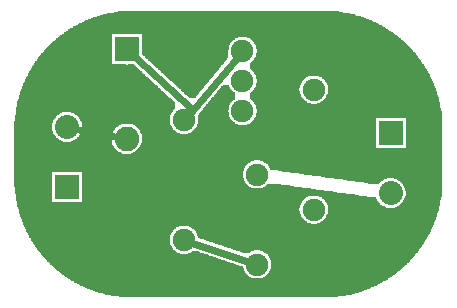
<source format=gbl>
G04 MADE WITH FRITZING*
G04 WWW.FRITZING.ORG*
G04 DOUBLE SIDED*
G04 HOLES PLATED*
G04 CONTOUR ON CENTER OF CONTOUR VECTOR*
%ASAXBY*%
%FSLAX23Y23*%
%MOIN*%
%OFA0B0*%
%SFA1.0B1.0*%
%ADD10C,0.075000*%
%ADD11C,0.082000*%
%ADD12C,0.080000*%
%ADD13R,0.082000X0.082000*%
%ADD14R,0.079986X0.080000*%
%ADD15C,0.024000*%
%LNCOPPER0*%
G90*
G70*
G54D10*
X884Y922D03*
X605Y232D03*
X605Y632D03*
G54D11*
X414Y868D03*
X414Y570D03*
G54D10*
X1038Y333D03*
X1038Y733D03*
X800Y862D03*
X800Y762D03*
X800Y662D03*
G54D12*
X1294Y588D03*
X1294Y388D03*
X215Y409D03*
X215Y609D03*
G54D10*
X849Y450D03*
X849Y150D03*
G54D13*
X414Y869D03*
G54D14*
X1294Y588D03*
X215Y409D03*
G54D15*
X246Y603D02*
X383Y576D01*
D02*
X822Y159D02*
X632Y223D01*
D02*
X625Y653D02*
X636Y664D01*
X636Y664D02*
X782Y840D01*
D02*
X438Y846D02*
X636Y664D01*
G36*
X408Y996D02*
X408Y994D01*
X386Y994D01*
X386Y992D01*
X372Y992D01*
X372Y990D01*
X360Y990D01*
X360Y988D01*
X350Y988D01*
X350Y986D01*
X342Y986D01*
X342Y984D01*
X334Y984D01*
X334Y982D01*
X326Y982D01*
X326Y980D01*
X320Y980D01*
X320Y978D01*
X314Y978D01*
X314Y976D01*
X308Y976D01*
X308Y974D01*
X302Y974D01*
X302Y972D01*
X296Y972D01*
X296Y970D01*
X290Y970D01*
X290Y968D01*
X286Y968D01*
X286Y966D01*
X280Y966D01*
X280Y964D01*
X276Y964D01*
X276Y962D01*
X272Y962D01*
X272Y960D01*
X268Y960D01*
X268Y958D01*
X264Y958D01*
X264Y956D01*
X260Y956D01*
X260Y954D01*
X256Y954D01*
X256Y952D01*
X252Y952D01*
X252Y950D01*
X248Y950D01*
X248Y948D01*
X244Y948D01*
X244Y946D01*
X240Y946D01*
X240Y944D01*
X236Y944D01*
X236Y942D01*
X234Y942D01*
X234Y940D01*
X230Y940D01*
X230Y938D01*
X226Y938D01*
X226Y936D01*
X224Y936D01*
X224Y934D01*
X220Y934D01*
X220Y932D01*
X218Y932D01*
X218Y930D01*
X214Y930D01*
X214Y928D01*
X212Y928D01*
X212Y926D01*
X208Y926D01*
X208Y924D01*
X206Y924D01*
X206Y922D01*
X204Y922D01*
X204Y920D01*
X466Y920D01*
X466Y910D01*
X806Y910D01*
X806Y908D01*
X814Y908D01*
X814Y906D01*
X820Y906D01*
X820Y904D01*
X824Y904D01*
X824Y902D01*
X828Y902D01*
X828Y900D01*
X830Y900D01*
X830Y898D01*
X832Y898D01*
X832Y896D01*
X834Y896D01*
X834Y894D01*
X836Y894D01*
X836Y892D01*
X838Y892D01*
X838Y890D01*
X840Y890D01*
X840Y886D01*
X842Y886D01*
X842Y882D01*
X844Y882D01*
X844Y878D01*
X846Y878D01*
X846Y870D01*
X848Y870D01*
X848Y854D01*
X846Y854D01*
X846Y846D01*
X844Y846D01*
X844Y842D01*
X842Y842D01*
X842Y838D01*
X840Y838D01*
X840Y834D01*
X838Y834D01*
X838Y832D01*
X836Y832D01*
X836Y830D01*
X834Y830D01*
X834Y828D01*
X832Y828D01*
X832Y826D01*
X830Y826D01*
X830Y824D01*
X828Y824D01*
X828Y822D01*
X824Y822D01*
X824Y802D01*
X828Y802D01*
X828Y800D01*
X830Y800D01*
X830Y798D01*
X832Y798D01*
X832Y796D01*
X834Y796D01*
X834Y794D01*
X836Y794D01*
X836Y792D01*
X838Y792D01*
X838Y790D01*
X840Y790D01*
X840Y786D01*
X842Y786D01*
X842Y782D01*
X844Y782D01*
X844Y780D01*
X1050Y780D01*
X1050Y778D01*
X1056Y778D01*
X1056Y776D01*
X1060Y776D01*
X1060Y774D01*
X1064Y774D01*
X1064Y772D01*
X1066Y772D01*
X1066Y770D01*
X1070Y770D01*
X1070Y768D01*
X1072Y768D01*
X1072Y766D01*
X1074Y766D01*
X1074Y762D01*
X1076Y762D01*
X1076Y760D01*
X1078Y760D01*
X1078Y756D01*
X1080Y756D01*
X1080Y754D01*
X1082Y754D01*
X1082Y748D01*
X1084Y748D01*
X1084Y740D01*
X1086Y740D01*
X1086Y726D01*
X1084Y726D01*
X1084Y718D01*
X1082Y718D01*
X1082Y714D01*
X1080Y714D01*
X1080Y710D01*
X1078Y710D01*
X1078Y706D01*
X1076Y706D01*
X1076Y704D01*
X1074Y704D01*
X1074Y702D01*
X1072Y702D01*
X1072Y700D01*
X1070Y700D01*
X1070Y698D01*
X1068Y698D01*
X1068Y696D01*
X1066Y696D01*
X1066Y694D01*
X1062Y694D01*
X1062Y692D01*
X1060Y692D01*
X1060Y690D01*
X1054Y690D01*
X1054Y688D01*
X1048Y688D01*
X1048Y686D01*
X1458Y686D01*
X1458Y692D01*
X1456Y692D01*
X1456Y700D01*
X1454Y700D01*
X1454Y708D01*
X1452Y708D01*
X1452Y714D01*
X1450Y714D01*
X1450Y722D01*
X1448Y722D01*
X1448Y728D01*
X1446Y728D01*
X1446Y732D01*
X1444Y732D01*
X1444Y738D01*
X1442Y738D01*
X1442Y744D01*
X1440Y744D01*
X1440Y748D01*
X1438Y748D01*
X1438Y754D01*
X1436Y754D01*
X1436Y758D01*
X1434Y758D01*
X1434Y762D01*
X1432Y762D01*
X1432Y768D01*
X1430Y768D01*
X1430Y772D01*
X1428Y772D01*
X1428Y776D01*
X1426Y776D01*
X1426Y780D01*
X1424Y780D01*
X1424Y784D01*
X1422Y784D01*
X1422Y788D01*
X1420Y788D01*
X1420Y792D01*
X1418Y792D01*
X1418Y794D01*
X1416Y794D01*
X1416Y798D01*
X1414Y798D01*
X1414Y802D01*
X1412Y802D01*
X1412Y806D01*
X1410Y806D01*
X1410Y808D01*
X1408Y808D01*
X1408Y812D01*
X1406Y812D01*
X1406Y814D01*
X1404Y814D01*
X1404Y818D01*
X1402Y818D01*
X1402Y820D01*
X1400Y820D01*
X1400Y824D01*
X1398Y824D01*
X1398Y826D01*
X1396Y826D01*
X1396Y830D01*
X1394Y830D01*
X1394Y832D01*
X1392Y832D01*
X1392Y836D01*
X1390Y836D01*
X1390Y838D01*
X1388Y838D01*
X1388Y840D01*
X1386Y840D01*
X1386Y842D01*
X1384Y842D01*
X1384Y846D01*
X1382Y846D01*
X1382Y848D01*
X1380Y848D01*
X1380Y850D01*
X1378Y850D01*
X1378Y854D01*
X1376Y854D01*
X1376Y856D01*
X1374Y856D01*
X1374Y858D01*
X1372Y858D01*
X1372Y860D01*
X1370Y860D01*
X1370Y862D01*
X1368Y862D01*
X1368Y864D01*
X1366Y864D01*
X1366Y866D01*
X1364Y866D01*
X1364Y870D01*
X1362Y870D01*
X1362Y872D01*
X1360Y872D01*
X1360Y874D01*
X1358Y874D01*
X1358Y876D01*
X1356Y876D01*
X1356Y878D01*
X1354Y878D01*
X1354Y880D01*
X1352Y880D01*
X1352Y882D01*
X1350Y882D01*
X1350Y884D01*
X1348Y884D01*
X1348Y886D01*
X1346Y886D01*
X1346Y888D01*
X1344Y888D01*
X1344Y890D01*
X1342Y890D01*
X1342Y892D01*
X1340Y892D01*
X1340Y894D01*
X1336Y894D01*
X1336Y896D01*
X1334Y896D01*
X1334Y898D01*
X1332Y898D01*
X1332Y900D01*
X1330Y900D01*
X1330Y902D01*
X1328Y902D01*
X1328Y904D01*
X1326Y904D01*
X1326Y906D01*
X1322Y906D01*
X1322Y908D01*
X1320Y908D01*
X1320Y910D01*
X1318Y910D01*
X1318Y912D01*
X1316Y912D01*
X1316Y914D01*
X1312Y914D01*
X1312Y916D01*
X1310Y916D01*
X1310Y918D01*
X1308Y918D01*
X1308Y920D01*
X1304Y920D01*
X1304Y922D01*
X1302Y922D01*
X1302Y924D01*
X1298Y924D01*
X1298Y926D01*
X1296Y926D01*
X1296Y928D01*
X1294Y928D01*
X1294Y930D01*
X1290Y930D01*
X1290Y932D01*
X1286Y932D01*
X1286Y934D01*
X1284Y934D01*
X1284Y936D01*
X1280Y936D01*
X1280Y938D01*
X1278Y938D01*
X1278Y940D01*
X1274Y940D01*
X1274Y942D01*
X1270Y942D01*
X1270Y944D01*
X1268Y944D01*
X1268Y946D01*
X1264Y946D01*
X1264Y948D01*
X1260Y948D01*
X1260Y950D01*
X1256Y950D01*
X1256Y952D01*
X1252Y952D01*
X1252Y954D01*
X1248Y954D01*
X1248Y956D01*
X1244Y956D01*
X1244Y958D01*
X1240Y958D01*
X1240Y960D01*
X1236Y960D01*
X1236Y962D01*
X1232Y962D01*
X1232Y964D01*
X1226Y964D01*
X1226Y966D01*
X1222Y966D01*
X1222Y968D01*
X1216Y968D01*
X1216Y970D01*
X1212Y970D01*
X1212Y972D01*
X1206Y972D01*
X1206Y974D01*
X1200Y974D01*
X1200Y976D01*
X1194Y976D01*
X1194Y978D01*
X1188Y978D01*
X1188Y980D01*
X1180Y980D01*
X1180Y982D01*
X1174Y982D01*
X1174Y984D01*
X1166Y984D01*
X1166Y986D01*
X1158Y986D01*
X1158Y988D01*
X1148Y988D01*
X1148Y990D01*
X1136Y990D01*
X1136Y992D01*
X1122Y992D01*
X1122Y994D01*
X1100Y994D01*
X1100Y996D01*
X408Y996D01*
G37*
D02*
G36*
X200Y920D02*
X200Y918D01*
X198Y918D01*
X198Y916D01*
X194Y916D01*
X194Y914D01*
X192Y914D01*
X192Y912D01*
X190Y912D01*
X190Y910D01*
X188Y910D01*
X188Y908D01*
X184Y908D01*
X184Y906D01*
X182Y906D01*
X182Y904D01*
X180Y904D01*
X180Y902D01*
X178Y902D01*
X178Y900D01*
X176Y900D01*
X176Y898D01*
X174Y898D01*
X174Y896D01*
X170Y896D01*
X170Y894D01*
X168Y894D01*
X168Y892D01*
X166Y892D01*
X166Y890D01*
X164Y890D01*
X164Y888D01*
X162Y888D01*
X162Y886D01*
X160Y886D01*
X160Y884D01*
X158Y884D01*
X158Y882D01*
X156Y882D01*
X156Y880D01*
X154Y880D01*
X154Y878D01*
X152Y878D01*
X152Y876D01*
X150Y876D01*
X150Y874D01*
X148Y874D01*
X148Y872D01*
X146Y872D01*
X146Y870D01*
X144Y870D01*
X144Y868D01*
X142Y868D01*
X142Y866D01*
X140Y866D01*
X140Y862D01*
X138Y862D01*
X138Y860D01*
X136Y860D01*
X136Y858D01*
X134Y858D01*
X134Y856D01*
X132Y856D01*
X132Y854D01*
X130Y854D01*
X130Y852D01*
X128Y852D01*
X128Y848D01*
X126Y848D01*
X126Y846D01*
X124Y846D01*
X124Y844D01*
X122Y844D01*
X122Y842D01*
X120Y842D01*
X120Y838D01*
X118Y838D01*
X118Y836D01*
X116Y836D01*
X116Y832D01*
X114Y832D01*
X114Y830D01*
X112Y830D01*
X112Y828D01*
X110Y828D01*
X110Y824D01*
X108Y824D01*
X108Y822D01*
X106Y822D01*
X106Y818D01*
X104Y818D01*
X104Y816D01*
X412Y816D01*
X412Y818D01*
X364Y818D01*
X364Y920D01*
X200Y920D01*
G37*
D02*
G36*
X466Y910D02*
X466Y850D01*
X468Y850D01*
X468Y848D01*
X470Y848D01*
X470Y846D01*
X472Y846D01*
X472Y844D01*
X474Y844D01*
X474Y842D01*
X476Y842D01*
X476Y840D01*
X478Y840D01*
X478Y838D01*
X480Y838D01*
X480Y836D01*
X482Y836D01*
X482Y834D01*
X484Y834D01*
X484Y832D01*
X486Y832D01*
X486Y830D01*
X490Y830D01*
X490Y828D01*
X492Y828D01*
X492Y826D01*
X494Y826D01*
X494Y824D01*
X496Y824D01*
X496Y822D01*
X498Y822D01*
X498Y820D01*
X500Y820D01*
X500Y818D01*
X502Y818D01*
X502Y816D01*
X504Y816D01*
X504Y814D01*
X506Y814D01*
X506Y812D01*
X508Y812D01*
X508Y810D01*
X510Y810D01*
X510Y808D01*
X512Y808D01*
X512Y806D01*
X516Y806D01*
X516Y804D01*
X518Y804D01*
X518Y802D01*
X520Y802D01*
X520Y800D01*
X522Y800D01*
X522Y798D01*
X524Y798D01*
X524Y796D01*
X526Y796D01*
X526Y794D01*
X528Y794D01*
X528Y792D01*
X530Y792D01*
X530Y790D01*
X532Y790D01*
X532Y788D01*
X534Y788D01*
X534Y786D01*
X536Y786D01*
X536Y784D01*
X540Y784D01*
X540Y782D01*
X542Y782D01*
X542Y780D01*
X544Y780D01*
X544Y778D01*
X546Y778D01*
X546Y776D01*
X548Y776D01*
X548Y774D01*
X550Y774D01*
X550Y772D01*
X552Y772D01*
X552Y770D01*
X554Y770D01*
X554Y768D01*
X556Y768D01*
X556Y766D01*
X558Y766D01*
X558Y764D01*
X560Y764D01*
X560Y762D01*
X564Y762D01*
X564Y760D01*
X566Y760D01*
X566Y758D01*
X568Y758D01*
X568Y756D01*
X570Y756D01*
X570Y754D01*
X572Y754D01*
X572Y752D01*
X574Y752D01*
X574Y750D01*
X576Y750D01*
X576Y748D01*
X578Y748D01*
X578Y746D01*
X580Y746D01*
X580Y744D01*
X582Y744D01*
X582Y742D01*
X584Y742D01*
X584Y740D01*
X586Y740D01*
X586Y738D01*
X590Y738D01*
X590Y736D01*
X592Y736D01*
X592Y734D01*
X594Y734D01*
X594Y732D01*
X596Y732D01*
X596Y730D01*
X598Y730D01*
X598Y728D01*
X600Y728D01*
X600Y726D01*
X602Y726D01*
X602Y724D01*
X604Y724D01*
X604Y722D01*
X606Y722D01*
X606Y720D01*
X608Y720D01*
X608Y718D01*
X610Y718D01*
X610Y716D01*
X614Y716D01*
X614Y714D01*
X616Y714D01*
X616Y712D01*
X618Y712D01*
X618Y710D01*
X620Y710D01*
X620Y708D01*
X622Y708D01*
X622Y706D01*
X644Y706D01*
X644Y710D01*
X646Y710D01*
X646Y712D01*
X648Y712D01*
X648Y714D01*
X650Y714D01*
X650Y716D01*
X652Y716D01*
X652Y718D01*
X654Y718D01*
X654Y722D01*
X656Y722D01*
X656Y724D01*
X658Y724D01*
X658Y726D01*
X660Y726D01*
X660Y728D01*
X662Y728D01*
X662Y732D01*
X664Y732D01*
X664Y734D01*
X666Y734D01*
X666Y736D01*
X668Y736D01*
X668Y738D01*
X670Y738D01*
X670Y740D01*
X672Y740D01*
X672Y744D01*
X674Y744D01*
X674Y746D01*
X676Y746D01*
X676Y748D01*
X678Y748D01*
X678Y750D01*
X680Y750D01*
X680Y752D01*
X682Y752D01*
X682Y756D01*
X684Y756D01*
X684Y758D01*
X686Y758D01*
X686Y760D01*
X688Y760D01*
X688Y762D01*
X690Y762D01*
X690Y764D01*
X692Y764D01*
X692Y768D01*
X694Y768D01*
X694Y770D01*
X696Y770D01*
X696Y772D01*
X698Y772D01*
X698Y774D01*
X700Y774D01*
X700Y776D01*
X702Y776D01*
X702Y780D01*
X704Y780D01*
X704Y782D01*
X706Y782D01*
X706Y784D01*
X708Y784D01*
X708Y786D01*
X710Y786D01*
X710Y788D01*
X712Y788D01*
X712Y792D01*
X714Y792D01*
X714Y794D01*
X716Y794D01*
X716Y796D01*
X718Y796D01*
X718Y798D01*
X720Y798D01*
X720Y800D01*
X722Y800D01*
X722Y804D01*
X724Y804D01*
X724Y806D01*
X726Y806D01*
X726Y808D01*
X728Y808D01*
X728Y810D01*
X730Y810D01*
X730Y814D01*
X732Y814D01*
X732Y816D01*
X734Y816D01*
X734Y818D01*
X736Y818D01*
X736Y820D01*
X738Y820D01*
X738Y822D01*
X740Y822D01*
X740Y826D01*
X742Y826D01*
X742Y828D01*
X744Y828D01*
X744Y830D01*
X746Y830D01*
X746Y832D01*
X748Y832D01*
X748Y834D01*
X750Y834D01*
X750Y838D01*
X752Y838D01*
X752Y866D01*
X754Y866D01*
X754Y876D01*
X756Y876D01*
X756Y882D01*
X758Y882D01*
X758Y886D01*
X760Y886D01*
X760Y888D01*
X762Y888D01*
X762Y892D01*
X764Y892D01*
X764Y894D01*
X766Y894D01*
X766Y896D01*
X768Y896D01*
X768Y898D01*
X770Y898D01*
X770Y900D01*
X774Y900D01*
X774Y902D01*
X776Y902D01*
X776Y904D01*
X780Y904D01*
X780Y906D01*
X786Y906D01*
X786Y908D01*
X794Y908D01*
X794Y910D01*
X466Y910D01*
G37*
D02*
G36*
X418Y818D02*
X418Y816D01*
X438Y816D01*
X438Y818D01*
X418Y818D01*
G37*
D02*
G36*
X102Y816D02*
X102Y814D01*
X440Y814D01*
X440Y816D01*
X102Y816D01*
G37*
D02*
G36*
X102Y816D02*
X102Y814D01*
X440Y814D01*
X440Y816D01*
X102Y816D01*
G37*
D02*
G36*
X102Y814D02*
X102Y812D01*
X100Y812D01*
X100Y810D01*
X98Y810D01*
X98Y806D01*
X96Y806D01*
X96Y802D01*
X94Y802D01*
X94Y798D01*
X92Y798D01*
X92Y796D01*
X90Y796D01*
X90Y792D01*
X88Y792D01*
X88Y788D01*
X86Y788D01*
X86Y784D01*
X84Y784D01*
X84Y780D01*
X82Y780D01*
X82Y776D01*
X80Y776D01*
X80Y772D01*
X78Y772D01*
X78Y768D01*
X76Y768D01*
X76Y764D01*
X74Y764D01*
X74Y760D01*
X72Y760D01*
X72Y754D01*
X70Y754D01*
X70Y750D01*
X68Y750D01*
X68Y744D01*
X66Y744D01*
X66Y740D01*
X64Y740D01*
X64Y734D01*
X62Y734D01*
X62Y728D01*
X60Y728D01*
X60Y722D01*
X58Y722D01*
X58Y716D01*
X56Y716D01*
X56Y710D01*
X54Y710D01*
X54Y702D01*
X52Y702D01*
X52Y694D01*
X50Y694D01*
X50Y686D01*
X48Y686D01*
X48Y676D01*
X46Y676D01*
X46Y664D01*
X44Y664D01*
X44Y660D01*
X218Y660D01*
X218Y658D01*
X230Y658D01*
X230Y656D01*
X236Y656D01*
X236Y654D01*
X238Y654D01*
X238Y652D01*
X242Y652D01*
X242Y650D01*
X246Y650D01*
X246Y648D01*
X248Y648D01*
X248Y646D01*
X250Y646D01*
X250Y644D01*
X252Y644D01*
X252Y642D01*
X254Y642D01*
X254Y640D01*
X256Y640D01*
X256Y636D01*
X258Y636D01*
X258Y632D01*
X260Y632D01*
X260Y630D01*
X262Y630D01*
X262Y624D01*
X264Y624D01*
X264Y620D01*
X428Y620D01*
X428Y618D01*
X434Y618D01*
X434Y616D01*
X438Y616D01*
X438Y614D01*
X442Y614D01*
X442Y612D01*
X444Y612D01*
X444Y610D01*
X446Y610D01*
X446Y608D01*
X450Y608D01*
X450Y606D01*
X452Y606D01*
X452Y602D01*
X454Y602D01*
X454Y600D01*
X456Y600D01*
X456Y598D01*
X458Y598D01*
X458Y594D01*
X460Y594D01*
X460Y590D01*
X462Y590D01*
X462Y586D01*
X592Y586D01*
X592Y588D01*
X586Y588D01*
X586Y590D01*
X582Y590D01*
X582Y592D01*
X580Y592D01*
X580Y594D01*
X576Y594D01*
X576Y596D01*
X574Y596D01*
X574Y598D01*
X572Y598D01*
X572Y600D01*
X570Y600D01*
X570Y602D01*
X568Y602D01*
X568Y604D01*
X566Y604D01*
X566Y608D01*
X564Y608D01*
X564Y612D01*
X562Y612D01*
X562Y616D01*
X560Y616D01*
X560Y622D01*
X558Y622D01*
X558Y642D01*
X560Y642D01*
X560Y650D01*
X562Y650D01*
X562Y654D01*
X564Y654D01*
X564Y658D01*
X566Y658D01*
X566Y660D01*
X568Y660D01*
X568Y662D01*
X570Y662D01*
X570Y666D01*
X572Y666D01*
X572Y668D01*
X576Y668D01*
X576Y690D01*
X574Y690D01*
X574Y692D01*
X572Y692D01*
X572Y694D01*
X570Y694D01*
X570Y696D01*
X568Y696D01*
X568Y698D01*
X566Y698D01*
X566Y700D01*
X564Y700D01*
X564Y702D01*
X562Y702D01*
X562Y704D01*
X558Y704D01*
X558Y706D01*
X556Y706D01*
X556Y708D01*
X554Y708D01*
X554Y710D01*
X552Y710D01*
X552Y712D01*
X550Y712D01*
X550Y714D01*
X548Y714D01*
X548Y716D01*
X546Y716D01*
X546Y718D01*
X544Y718D01*
X544Y720D01*
X542Y720D01*
X542Y722D01*
X540Y722D01*
X540Y724D01*
X538Y724D01*
X538Y726D01*
X534Y726D01*
X534Y728D01*
X532Y728D01*
X532Y730D01*
X530Y730D01*
X530Y732D01*
X528Y732D01*
X528Y734D01*
X526Y734D01*
X526Y736D01*
X524Y736D01*
X524Y738D01*
X522Y738D01*
X522Y740D01*
X520Y740D01*
X520Y742D01*
X518Y742D01*
X518Y744D01*
X516Y744D01*
X516Y746D01*
X514Y746D01*
X514Y748D01*
X512Y748D01*
X512Y750D01*
X508Y750D01*
X508Y752D01*
X506Y752D01*
X506Y754D01*
X504Y754D01*
X504Y756D01*
X502Y756D01*
X502Y758D01*
X500Y758D01*
X500Y760D01*
X498Y760D01*
X498Y762D01*
X496Y762D01*
X496Y764D01*
X494Y764D01*
X494Y766D01*
X492Y766D01*
X492Y768D01*
X490Y768D01*
X490Y770D01*
X488Y770D01*
X488Y772D01*
X484Y772D01*
X484Y774D01*
X482Y774D01*
X482Y776D01*
X480Y776D01*
X480Y778D01*
X478Y778D01*
X478Y780D01*
X476Y780D01*
X476Y782D01*
X474Y782D01*
X474Y784D01*
X472Y784D01*
X472Y786D01*
X470Y786D01*
X470Y788D01*
X468Y788D01*
X468Y790D01*
X466Y790D01*
X466Y792D01*
X464Y792D01*
X464Y794D01*
X460Y794D01*
X460Y796D01*
X458Y796D01*
X458Y798D01*
X456Y798D01*
X456Y800D01*
X454Y800D01*
X454Y802D01*
X452Y802D01*
X452Y804D01*
X450Y804D01*
X450Y806D01*
X448Y806D01*
X448Y808D01*
X446Y808D01*
X446Y810D01*
X444Y810D01*
X444Y812D01*
X442Y812D01*
X442Y814D01*
X102Y814D01*
G37*
D02*
G36*
X844Y780D02*
X844Y778D01*
X846Y778D01*
X846Y770D01*
X848Y770D01*
X848Y754D01*
X846Y754D01*
X846Y746D01*
X844Y746D01*
X844Y742D01*
X842Y742D01*
X842Y738D01*
X840Y738D01*
X840Y734D01*
X838Y734D01*
X838Y732D01*
X836Y732D01*
X836Y730D01*
X834Y730D01*
X834Y728D01*
X832Y728D01*
X832Y726D01*
X830Y726D01*
X830Y724D01*
X828Y724D01*
X828Y722D01*
X824Y722D01*
X824Y702D01*
X828Y702D01*
X828Y700D01*
X830Y700D01*
X830Y698D01*
X832Y698D01*
X832Y696D01*
X834Y696D01*
X834Y694D01*
X836Y694D01*
X836Y692D01*
X838Y692D01*
X838Y690D01*
X840Y690D01*
X840Y686D01*
X1028Y686D01*
X1028Y688D01*
X1022Y688D01*
X1022Y690D01*
X1016Y690D01*
X1016Y692D01*
X1014Y692D01*
X1014Y694D01*
X1010Y694D01*
X1010Y696D01*
X1008Y696D01*
X1008Y698D01*
X1006Y698D01*
X1006Y700D01*
X1004Y700D01*
X1004Y702D01*
X1002Y702D01*
X1002Y704D01*
X1000Y704D01*
X1000Y706D01*
X998Y706D01*
X998Y710D01*
X996Y710D01*
X996Y714D01*
X994Y714D01*
X994Y720D01*
X992Y720D01*
X992Y728D01*
X990Y728D01*
X990Y738D01*
X992Y738D01*
X992Y748D01*
X994Y748D01*
X994Y752D01*
X996Y752D01*
X996Y756D01*
X998Y756D01*
X998Y760D01*
X1000Y760D01*
X1000Y762D01*
X1002Y762D01*
X1002Y764D01*
X1004Y764D01*
X1004Y768D01*
X1008Y768D01*
X1008Y770D01*
X1010Y770D01*
X1010Y772D01*
X1012Y772D01*
X1012Y774D01*
X1016Y774D01*
X1016Y776D01*
X1020Y776D01*
X1020Y778D01*
X1026Y778D01*
X1026Y780D01*
X844Y780D01*
G37*
D02*
G36*
X734Y748D02*
X734Y746D01*
X732Y746D01*
X732Y744D01*
X730Y744D01*
X730Y742D01*
X728Y742D01*
X728Y740D01*
X726Y740D01*
X726Y736D01*
X724Y736D01*
X724Y734D01*
X722Y734D01*
X722Y732D01*
X720Y732D01*
X720Y730D01*
X718Y730D01*
X718Y728D01*
X716Y728D01*
X716Y724D01*
X714Y724D01*
X714Y722D01*
X712Y722D01*
X712Y720D01*
X710Y720D01*
X710Y718D01*
X708Y718D01*
X708Y716D01*
X706Y716D01*
X706Y712D01*
X704Y712D01*
X704Y710D01*
X702Y710D01*
X702Y708D01*
X700Y708D01*
X700Y706D01*
X698Y706D01*
X698Y704D01*
X696Y704D01*
X696Y700D01*
X694Y700D01*
X694Y698D01*
X692Y698D01*
X692Y696D01*
X690Y696D01*
X690Y694D01*
X688Y694D01*
X688Y692D01*
X686Y692D01*
X686Y688D01*
X684Y688D01*
X684Y686D01*
X682Y686D01*
X682Y684D01*
X680Y684D01*
X680Y682D01*
X678Y682D01*
X678Y678D01*
X676Y678D01*
X676Y676D01*
X674Y676D01*
X674Y674D01*
X672Y674D01*
X672Y672D01*
X670Y672D01*
X670Y670D01*
X668Y670D01*
X668Y666D01*
X666Y666D01*
X666Y664D01*
X664Y664D01*
X664Y662D01*
X662Y662D01*
X662Y660D01*
X660Y660D01*
X660Y658D01*
X658Y658D01*
X658Y654D01*
X656Y654D01*
X656Y652D01*
X654Y652D01*
X654Y650D01*
X652Y650D01*
X652Y620D01*
X650Y620D01*
X650Y614D01*
X794Y614D01*
X794Y616D01*
X786Y616D01*
X786Y618D01*
X780Y618D01*
X780Y620D01*
X776Y620D01*
X776Y622D01*
X774Y622D01*
X774Y624D01*
X770Y624D01*
X770Y626D01*
X768Y626D01*
X768Y628D01*
X766Y628D01*
X766Y630D01*
X764Y630D01*
X764Y632D01*
X762Y632D01*
X762Y636D01*
X760Y636D01*
X760Y638D01*
X758Y638D01*
X758Y642D01*
X756Y642D01*
X756Y648D01*
X754Y648D01*
X754Y658D01*
X752Y658D01*
X752Y666D01*
X754Y666D01*
X754Y676D01*
X756Y676D01*
X756Y682D01*
X758Y682D01*
X758Y686D01*
X760Y686D01*
X760Y688D01*
X762Y688D01*
X762Y692D01*
X764Y692D01*
X764Y694D01*
X766Y694D01*
X766Y696D01*
X768Y696D01*
X768Y698D01*
X770Y698D01*
X770Y700D01*
X774Y700D01*
X774Y702D01*
X776Y702D01*
X776Y722D01*
X774Y722D01*
X774Y724D01*
X770Y724D01*
X770Y726D01*
X768Y726D01*
X768Y728D01*
X766Y728D01*
X766Y730D01*
X764Y730D01*
X764Y732D01*
X762Y732D01*
X762Y736D01*
X760Y736D01*
X760Y738D01*
X758Y738D01*
X758Y742D01*
X756Y742D01*
X756Y748D01*
X734Y748D01*
G37*
D02*
G36*
X842Y686D02*
X842Y684D01*
X1458Y684D01*
X1458Y686D01*
X842Y686D01*
G37*
D02*
G36*
X842Y686D02*
X842Y684D01*
X1458Y684D01*
X1458Y686D01*
X842Y686D01*
G37*
D02*
G36*
X842Y684D02*
X842Y682D01*
X844Y682D01*
X844Y678D01*
X846Y678D01*
X846Y670D01*
X848Y670D01*
X848Y654D01*
X846Y654D01*
X846Y646D01*
X844Y646D01*
X844Y642D01*
X842Y642D01*
X842Y638D01*
X1344Y638D01*
X1344Y538D01*
X1466Y538D01*
X1466Y646D01*
X1464Y646D01*
X1464Y662D01*
X1462Y662D01*
X1462Y672D01*
X1460Y672D01*
X1460Y684D01*
X842Y684D01*
G37*
D02*
G36*
X44Y660D02*
X44Y650D01*
X42Y650D01*
X42Y628D01*
X40Y628D01*
X40Y560D01*
X202Y560D01*
X202Y562D01*
X196Y562D01*
X196Y564D01*
X192Y564D01*
X192Y566D01*
X188Y566D01*
X188Y568D01*
X186Y568D01*
X186Y570D01*
X184Y570D01*
X184Y572D01*
X180Y572D01*
X180Y574D01*
X178Y574D01*
X178Y578D01*
X176Y578D01*
X176Y580D01*
X174Y580D01*
X174Y582D01*
X172Y582D01*
X172Y586D01*
X170Y586D01*
X170Y590D01*
X168Y590D01*
X168Y596D01*
X166Y596D01*
X166Y622D01*
X168Y622D01*
X168Y628D01*
X170Y628D01*
X170Y632D01*
X172Y632D01*
X172Y636D01*
X174Y636D01*
X174Y638D01*
X176Y638D01*
X176Y640D01*
X178Y640D01*
X178Y644D01*
X180Y644D01*
X180Y646D01*
X182Y646D01*
X182Y648D01*
X186Y648D01*
X186Y650D01*
X188Y650D01*
X188Y652D01*
X192Y652D01*
X192Y654D01*
X196Y654D01*
X196Y656D01*
X200Y656D01*
X200Y658D01*
X212Y658D01*
X212Y660D01*
X44Y660D01*
G37*
D02*
G36*
X840Y638D02*
X840Y634D01*
X838Y634D01*
X838Y632D01*
X836Y632D01*
X836Y630D01*
X834Y630D01*
X834Y628D01*
X832Y628D01*
X832Y626D01*
X830Y626D01*
X830Y624D01*
X828Y624D01*
X828Y622D01*
X824Y622D01*
X824Y620D01*
X820Y620D01*
X820Y618D01*
X814Y618D01*
X814Y616D01*
X806Y616D01*
X806Y614D01*
X1244Y614D01*
X1244Y638D01*
X840Y638D01*
G37*
D02*
G36*
X264Y620D02*
X264Y614D01*
X266Y614D01*
X266Y604D01*
X264Y604D01*
X264Y594D01*
X262Y594D01*
X262Y590D01*
X260Y590D01*
X260Y586D01*
X258Y586D01*
X258Y582D01*
X256Y582D01*
X256Y580D01*
X254Y580D01*
X254Y576D01*
X252Y576D01*
X252Y574D01*
X250Y574D01*
X250Y572D01*
X248Y572D01*
X248Y570D01*
X244Y570D01*
X244Y568D01*
X242Y568D01*
X242Y566D01*
X238Y566D01*
X238Y564D01*
X234Y564D01*
X234Y562D01*
X228Y562D01*
X228Y560D01*
X364Y560D01*
X364Y582D01*
X366Y582D01*
X366Y588D01*
X368Y588D01*
X368Y592D01*
X370Y592D01*
X370Y596D01*
X372Y596D01*
X372Y600D01*
X374Y600D01*
X374Y602D01*
X376Y602D01*
X376Y604D01*
X378Y604D01*
X378Y606D01*
X380Y606D01*
X380Y608D01*
X382Y608D01*
X382Y610D01*
X384Y610D01*
X384Y612D01*
X388Y612D01*
X388Y614D01*
X392Y614D01*
X392Y616D01*
X394Y616D01*
X394Y618D01*
X402Y618D01*
X402Y620D01*
X264Y620D01*
G37*
D02*
G36*
X648Y614D02*
X648Y612D01*
X1244Y612D01*
X1244Y614D01*
X648Y614D01*
G37*
D02*
G36*
X648Y614D02*
X648Y612D01*
X1244Y612D01*
X1244Y614D01*
X648Y614D01*
G37*
D02*
G36*
X648Y612D02*
X648Y610D01*
X646Y610D01*
X646Y606D01*
X644Y606D01*
X644Y604D01*
X642Y604D01*
X642Y602D01*
X640Y602D01*
X640Y600D01*
X638Y600D01*
X638Y598D01*
X636Y598D01*
X636Y596D01*
X634Y596D01*
X634Y594D01*
X632Y594D01*
X632Y592D01*
X628Y592D01*
X628Y590D01*
X624Y590D01*
X624Y588D01*
X618Y588D01*
X618Y586D01*
X1244Y586D01*
X1244Y612D01*
X648Y612D01*
G37*
D02*
G36*
X462Y586D02*
X462Y584D01*
X1244Y584D01*
X1244Y586D01*
X462Y586D01*
G37*
D02*
G36*
X462Y586D02*
X462Y584D01*
X1244Y584D01*
X1244Y586D01*
X462Y586D01*
G37*
D02*
G36*
X464Y584D02*
X464Y574D01*
X466Y574D01*
X466Y566D01*
X464Y566D01*
X464Y554D01*
X462Y554D01*
X462Y550D01*
X460Y550D01*
X460Y546D01*
X458Y546D01*
X458Y542D01*
X456Y542D01*
X456Y540D01*
X454Y540D01*
X454Y538D01*
X1244Y538D01*
X1244Y584D01*
X464Y584D01*
G37*
D02*
G36*
X40Y560D02*
X40Y558D01*
X364Y558D01*
X364Y560D01*
X40Y560D01*
G37*
D02*
G36*
X40Y560D02*
X40Y558D01*
X364Y558D01*
X364Y560D01*
X40Y560D01*
G37*
D02*
G36*
X40Y558D02*
X40Y518D01*
X412Y518D01*
X412Y520D01*
X400Y520D01*
X400Y522D01*
X394Y522D01*
X394Y524D01*
X390Y524D01*
X390Y526D01*
X386Y526D01*
X386Y528D01*
X384Y528D01*
X384Y530D01*
X382Y530D01*
X382Y532D01*
X380Y532D01*
X380Y534D01*
X378Y534D01*
X378Y536D01*
X376Y536D01*
X376Y538D01*
X374Y538D01*
X374Y540D01*
X372Y540D01*
X372Y544D01*
X370Y544D01*
X370Y546D01*
X368Y546D01*
X368Y550D01*
X366Y550D01*
X366Y558D01*
X40Y558D01*
G37*
D02*
G36*
X452Y538D02*
X452Y536D01*
X1466Y536D01*
X1466Y538D01*
X452Y538D01*
G37*
D02*
G36*
X452Y538D02*
X452Y536D01*
X1466Y536D01*
X1466Y538D01*
X452Y538D01*
G37*
D02*
G36*
X452Y536D02*
X452Y534D01*
X450Y534D01*
X450Y532D01*
X446Y532D01*
X446Y530D01*
X444Y530D01*
X444Y528D01*
X442Y528D01*
X442Y526D01*
X438Y526D01*
X438Y524D01*
X434Y524D01*
X434Y522D01*
X428Y522D01*
X428Y520D01*
X418Y520D01*
X418Y518D01*
X1466Y518D01*
X1466Y536D01*
X452Y536D01*
G37*
D02*
G36*
X40Y518D02*
X40Y516D01*
X1466Y516D01*
X1466Y518D01*
X40Y518D01*
G37*
D02*
G36*
X40Y518D02*
X40Y516D01*
X1466Y516D01*
X1466Y518D01*
X40Y518D01*
G37*
D02*
G36*
X40Y516D02*
X40Y498D01*
X858Y498D01*
X858Y496D01*
X864Y496D01*
X864Y494D01*
X870Y494D01*
X870Y492D01*
X872Y492D01*
X872Y490D01*
X876Y490D01*
X876Y488D01*
X878Y488D01*
X878Y486D01*
X880Y486D01*
X880Y484D01*
X884Y484D01*
X884Y480D01*
X886Y480D01*
X886Y478D01*
X888Y478D01*
X888Y476D01*
X890Y476D01*
X890Y472D01*
X892Y472D01*
X892Y466D01*
X904Y466D01*
X904Y464D01*
X918Y464D01*
X918Y462D01*
X932Y462D01*
X932Y460D01*
X946Y460D01*
X946Y458D01*
X960Y458D01*
X960Y456D01*
X976Y456D01*
X976Y454D01*
X990Y454D01*
X990Y452D01*
X1004Y452D01*
X1004Y450D01*
X1018Y450D01*
X1018Y448D01*
X1032Y448D01*
X1032Y446D01*
X1048Y446D01*
X1048Y444D01*
X1062Y444D01*
X1062Y442D01*
X1076Y442D01*
X1076Y440D01*
X1090Y440D01*
X1090Y438D01*
X1306Y438D01*
X1306Y436D01*
X1312Y436D01*
X1312Y434D01*
X1316Y434D01*
X1316Y432D01*
X1320Y432D01*
X1320Y430D01*
X1322Y430D01*
X1322Y428D01*
X1326Y428D01*
X1326Y426D01*
X1328Y426D01*
X1328Y424D01*
X1330Y424D01*
X1330Y422D01*
X1332Y422D01*
X1332Y418D01*
X1334Y418D01*
X1334Y416D01*
X1336Y416D01*
X1336Y412D01*
X1338Y412D01*
X1338Y410D01*
X1340Y410D01*
X1340Y404D01*
X1342Y404D01*
X1342Y396D01*
X1344Y396D01*
X1344Y380D01*
X1342Y380D01*
X1342Y372D01*
X1340Y372D01*
X1340Y368D01*
X1338Y368D01*
X1338Y364D01*
X1336Y364D01*
X1336Y360D01*
X1334Y360D01*
X1334Y358D01*
X1332Y358D01*
X1332Y356D01*
X1330Y356D01*
X1330Y354D01*
X1328Y354D01*
X1328Y352D01*
X1326Y352D01*
X1326Y350D01*
X1324Y350D01*
X1324Y348D01*
X1322Y348D01*
X1322Y346D01*
X1318Y346D01*
X1318Y344D01*
X1314Y344D01*
X1314Y342D01*
X1310Y342D01*
X1310Y340D01*
X1300Y340D01*
X1300Y338D01*
X1456Y338D01*
X1456Y344D01*
X1458Y344D01*
X1458Y354D01*
X1460Y354D01*
X1460Y364D01*
X1462Y364D01*
X1462Y374D01*
X1464Y374D01*
X1464Y390D01*
X1466Y390D01*
X1466Y516D01*
X40Y516D01*
G37*
D02*
G36*
X40Y498D02*
X40Y460D01*
X264Y460D01*
X264Y458D01*
X266Y458D01*
X266Y402D01*
X848Y402D01*
X848Y404D01*
X836Y404D01*
X836Y406D01*
X830Y406D01*
X830Y408D01*
X826Y408D01*
X826Y410D01*
X822Y410D01*
X822Y412D01*
X820Y412D01*
X820Y414D01*
X818Y414D01*
X818Y416D01*
X814Y416D01*
X814Y420D01*
X812Y420D01*
X812Y422D01*
X810Y422D01*
X810Y424D01*
X808Y424D01*
X808Y428D01*
X806Y428D01*
X806Y432D01*
X804Y432D01*
X804Y438D01*
X802Y438D01*
X802Y462D01*
X804Y462D01*
X804Y470D01*
X806Y470D01*
X806Y472D01*
X808Y472D01*
X808Y476D01*
X810Y476D01*
X810Y480D01*
X812Y480D01*
X812Y482D01*
X814Y482D01*
X814Y484D01*
X816Y484D01*
X816Y486D01*
X818Y486D01*
X818Y488D01*
X822Y488D01*
X822Y490D01*
X824Y490D01*
X824Y492D01*
X828Y492D01*
X828Y494D01*
X832Y494D01*
X832Y496D01*
X840Y496D01*
X840Y498D01*
X40Y498D01*
G37*
D02*
G36*
X40Y460D02*
X40Y408D01*
X42Y408D01*
X42Y386D01*
X44Y386D01*
X44Y372D01*
X46Y372D01*
X46Y362D01*
X48Y362D01*
X48Y360D01*
X166Y360D01*
X166Y460D01*
X40Y460D01*
G37*
D02*
G36*
X1104Y438D02*
X1104Y436D01*
X1118Y436D01*
X1118Y434D01*
X1134Y434D01*
X1134Y432D01*
X1148Y432D01*
X1148Y430D01*
X1162Y430D01*
X1162Y428D01*
X1176Y428D01*
X1176Y426D01*
X1190Y426D01*
X1190Y424D01*
X1204Y424D01*
X1204Y422D01*
X1220Y422D01*
X1220Y420D01*
X1234Y420D01*
X1234Y418D01*
X1254Y418D01*
X1254Y420D01*
X1256Y420D01*
X1256Y422D01*
X1258Y422D01*
X1258Y424D01*
X1260Y424D01*
X1260Y426D01*
X1262Y426D01*
X1262Y428D01*
X1264Y428D01*
X1264Y430D01*
X1268Y430D01*
X1268Y432D01*
X1272Y432D01*
X1272Y434D01*
X1276Y434D01*
X1276Y436D01*
X1282Y436D01*
X1282Y438D01*
X1104Y438D01*
G37*
D02*
G36*
X884Y420D02*
X884Y418D01*
X882Y418D01*
X882Y416D01*
X880Y416D01*
X880Y414D01*
X878Y414D01*
X878Y412D01*
X874Y412D01*
X874Y410D01*
X872Y410D01*
X872Y408D01*
X868Y408D01*
X868Y406D01*
X862Y406D01*
X862Y404D01*
X850Y404D01*
X850Y402D01*
X1030Y402D01*
X1030Y404D01*
X1016Y404D01*
X1016Y406D01*
X1000Y406D01*
X1000Y408D01*
X986Y408D01*
X986Y410D01*
X972Y410D01*
X972Y412D01*
X958Y412D01*
X958Y414D01*
X944Y414D01*
X944Y416D01*
X930Y416D01*
X930Y418D01*
X914Y418D01*
X914Y420D01*
X884Y420D01*
G37*
D02*
G36*
X266Y402D02*
X266Y400D01*
X1044Y400D01*
X1044Y402D01*
X266Y402D01*
G37*
D02*
G36*
X266Y402D02*
X266Y400D01*
X1044Y400D01*
X1044Y402D01*
X266Y402D01*
G37*
D02*
G36*
X266Y400D02*
X266Y380D01*
X1050Y380D01*
X1050Y378D01*
X1056Y378D01*
X1056Y376D01*
X1060Y376D01*
X1060Y374D01*
X1064Y374D01*
X1064Y372D01*
X1066Y372D01*
X1066Y370D01*
X1070Y370D01*
X1070Y368D01*
X1072Y368D01*
X1072Y366D01*
X1074Y366D01*
X1074Y362D01*
X1076Y362D01*
X1076Y360D01*
X1078Y360D01*
X1078Y358D01*
X1080Y358D01*
X1080Y354D01*
X1082Y354D01*
X1082Y348D01*
X1084Y348D01*
X1084Y340D01*
X1086Y340D01*
X1086Y338D01*
X1288Y338D01*
X1288Y340D01*
X1278Y340D01*
X1278Y342D01*
X1274Y342D01*
X1274Y344D01*
X1270Y344D01*
X1270Y346D01*
X1266Y346D01*
X1266Y348D01*
X1264Y348D01*
X1264Y350D01*
X1260Y350D01*
X1260Y352D01*
X1258Y352D01*
X1258Y354D01*
X1256Y354D01*
X1256Y358D01*
X1254Y358D01*
X1254Y360D01*
X1252Y360D01*
X1252Y362D01*
X1250Y362D01*
X1250Y366D01*
X1248Y366D01*
X1248Y370D01*
X1246Y370D01*
X1246Y374D01*
X1230Y374D01*
X1230Y376D01*
X1216Y376D01*
X1216Y378D01*
X1202Y378D01*
X1202Y380D01*
X1188Y380D01*
X1188Y382D01*
X1174Y382D01*
X1174Y384D01*
X1158Y384D01*
X1158Y386D01*
X1144Y386D01*
X1144Y388D01*
X1130Y388D01*
X1130Y390D01*
X1116Y390D01*
X1116Y392D01*
X1102Y392D01*
X1102Y394D01*
X1088Y394D01*
X1088Y396D01*
X1072Y396D01*
X1072Y398D01*
X1058Y398D01*
X1058Y400D01*
X266Y400D01*
G37*
D02*
G36*
X266Y380D02*
X266Y360D01*
X1000Y360D01*
X1000Y362D01*
X1002Y362D01*
X1002Y364D01*
X1004Y364D01*
X1004Y368D01*
X1008Y368D01*
X1008Y370D01*
X1010Y370D01*
X1010Y372D01*
X1012Y372D01*
X1012Y374D01*
X1016Y374D01*
X1016Y376D01*
X1020Y376D01*
X1020Y378D01*
X1026Y378D01*
X1026Y380D01*
X266Y380D01*
G37*
D02*
G36*
X48Y360D02*
X48Y358D01*
X998Y358D01*
X998Y360D01*
X48Y360D01*
G37*
D02*
G36*
X48Y360D02*
X48Y358D01*
X998Y358D01*
X998Y360D01*
X48Y360D01*
G37*
D02*
G36*
X48Y358D02*
X48Y352D01*
X50Y352D01*
X50Y342D01*
X52Y342D01*
X52Y334D01*
X54Y334D01*
X54Y328D01*
X56Y328D01*
X56Y320D01*
X58Y320D01*
X58Y314D01*
X60Y314D01*
X60Y308D01*
X62Y308D01*
X62Y302D01*
X64Y302D01*
X64Y296D01*
X66Y296D01*
X66Y292D01*
X68Y292D01*
X68Y286D01*
X1028Y286D01*
X1028Y288D01*
X1022Y288D01*
X1022Y290D01*
X1016Y290D01*
X1016Y292D01*
X1014Y292D01*
X1014Y294D01*
X1010Y294D01*
X1010Y296D01*
X1008Y296D01*
X1008Y298D01*
X1006Y298D01*
X1006Y300D01*
X1004Y300D01*
X1004Y302D01*
X1002Y302D01*
X1002Y304D01*
X1000Y304D01*
X1000Y306D01*
X998Y306D01*
X998Y310D01*
X996Y310D01*
X996Y314D01*
X994Y314D01*
X994Y320D01*
X992Y320D01*
X992Y328D01*
X990Y328D01*
X990Y338D01*
X992Y338D01*
X992Y348D01*
X994Y348D01*
X994Y352D01*
X996Y352D01*
X996Y356D01*
X998Y356D01*
X998Y358D01*
X48Y358D01*
G37*
D02*
G36*
X1086Y338D02*
X1086Y336D01*
X1456Y336D01*
X1456Y338D01*
X1086Y338D01*
G37*
D02*
G36*
X1086Y338D02*
X1086Y336D01*
X1456Y336D01*
X1456Y338D01*
X1086Y338D01*
G37*
D02*
G36*
X1086Y336D02*
X1086Y326D01*
X1084Y326D01*
X1084Y318D01*
X1082Y318D01*
X1082Y314D01*
X1080Y314D01*
X1080Y310D01*
X1078Y310D01*
X1078Y306D01*
X1076Y306D01*
X1076Y304D01*
X1074Y304D01*
X1074Y302D01*
X1072Y302D01*
X1072Y300D01*
X1070Y300D01*
X1070Y298D01*
X1068Y298D01*
X1068Y296D01*
X1066Y296D01*
X1066Y294D01*
X1062Y294D01*
X1062Y292D01*
X1060Y292D01*
X1060Y290D01*
X1054Y290D01*
X1054Y288D01*
X1048Y288D01*
X1048Y286D01*
X1438Y286D01*
X1438Y288D01*
X1440Y288D01*
X1440Y292D01*
X1442Y292D01*
X1442Y298D01*
X1444Y298D01*
X1444Y304D01*
X1446Y304D01*
X1446Y310D01*
X1448Y310D01*
X1448Y316D01*
X1450Y316D01*
X1450Y322D01*
X1452Y322D01*
X1452Y328D01*
X1454Y328D01*
X1454Y336D01*
X1086Y336D01*
G37*
D02*
G36*
X70Y286D02*
X70Y284D01*
X1438Y284D01*
X1438Y286D01*
X70Y286D01*
G37*
D02*
G36*
X70Y286D02*
X70Y284D01*
X1438Y284D01*
X1438Y286D01*
X70Y286D01*
G37*
D02*
G36*
X70Y284D02*
X70Y282D01*
X72Y282D01*
X72Y280D01*
X614Y280D01*
X614Y278D01*
X622Y278D01*
X622Y276D01*
X626Y276D01*
X626Y274D01*
X630Y274D01*
X630Y272D01*
X632Y272D01*
X632Y270D01*
X636Y270D01*
X636Y268D01*
X638Y268D01*
X638Y266D01*
X640Y266D01*
X640Y264D01*
X642Y264D01*
X642Y262D01*
X644Y262D01*
X644Y258D01*
X646Y258D01*
X646Y254D01*
X648Y254D01*
X648Y250D01*
X650Y250D01*
X650Y244D01*
X652Y244D01*
X652Y240D01*
X656Y240D01*
X656Y238D01*
X660Y238D01*
X660Y236D01*
X666Y236D01*
X666Y234D01*
X672Y234D01*
X672Y232D01*
X678Y232D01*
X678Y230D01*
X684Y230D01*
X684Y228D01*
X690Y228D01*
X690Y226D01*
X696Y226D01*
X696Y224D01*
X702Y224D01*
X702Y222D01*
X708Y222D01*
X708Y220D01*
X714Y220D01*
X714Y218D01*
X720Y218D01*
X720Y216D01*
X726Y216D01*
X726Y214D01*
X732Y214D01*
X732Y212D01*
X738Y212D01*
X738Y210D01*
X744Y210D01*
X744Y208D01*
X750Y208D01*
X750Y206D01*
X756Y206D01*
X756Y204D01*
X762Y204D01*
X762Y202D01*
X768Y202D01*
X768Y200D01*
X774Y200D01*
X774Y198D01*
X858Y198D01*
X858Y196D01*
X864Y196D01*
X864Y194D01*
X870Y194D01*
X870Y192D01*
X872Y192D01*
X872Y190D01*
X876Y190D01*
X876Y188D01*
X878Y188D01*
X878Y186D01*
X880Y186D01*
X880Y184D01*
X884Y184D01*
X884Y180D01*
X886Y180D01*
X886Y178D01*
X888Y178D01*
X888Y176D01*
X890Y176D01*
X890Y172D01*
X892Y172D01*
X892Y166D01*
X894Y166D01*
X894Y160D01*
X896Y160D01*
X896Y140D01*
X894Y140D01*
X894Y134D01*
X892Y134D01*
X892Y130D01*
X890Y130D01*
X890Y126D01*
X888Y126D01*
X888Y122D01*
X886Y122D01*
X886Y120D01*
X884Y120D01*
X884Y118D01*
X882Y118D01*
X882Y116D01*
X880Y116D01*
X880Y114D01*
X878Y114D01*
X878Y112D01*
X874Y112D01*
X874Y110D01*
X872Y110D01*
X872Y108D01*
X868Y108D01*
X868Y106D01*
X862Y106D01*
X862Y104D01*
X850Y104D01*
X850Y102D01*
X1286Y102D01*
X1286Y104D01*
X1290Y104D01*
X1290Y106D01*
X1292Y106D01*
X1292Y108D01*
X1296Y108D01*
X1296Y110D01*
X1298Y110D01*
X1298Y112D01*
X1302Y112D01*
X1302Y114D01*
X1304Y114D01*
X1304Y116D01*
X1308Y116D01*
X1308Y118D01*
X1310Y118D01*
X1310Y120D01*
X1312Y120D01*
X1312Y122D01*
X1314Y122D01*
X1314Y124D01*
X1318Y124D01*
X1318Y126D01*
X1320Y126D01*
X1320Y128D01*
X1322Y128D01*
X1322Y130D01*
X1326Y130D01*
X1326Y132D01*
X1328Y132D01*
X1328Y134D01*
X1330Y134D01*
X1330Y136D01*
X1332Y136D01*
X1332Y138D01*
X1334Y138D01*
X1334Y140D01*
X1336Y140D01*
X1336Y142D01*
X1338Y142D01*
X1338Y144D01*
X1340Y144D01*
X1340Y146D01*
X1342Y146D01*
X1342Y148D01*
X1346Y148D01*
X1346Y150D01*
X1348Y150D01*
X1348Y152D01*
X1350Y152D01*
X1350Y154D01*
X1352Y154D01*
X1352Y156D01*
X1354Y156D01*
X1354Y158D01*
X1356Y158D01*
X1356Y160D01*
X1358Y160D01*
X1358Y162D01*
X1360Y162D01*
X1360Y166D01*
X1362Y166D01*
X1362Y168D01*
X1364Y168D01*
X1364Y170D01*
X1366Y170D01*
X1366Y172D01*
X1368Y172D01*
X1368Y174D01*
X1370Y174D01*
X1370Y176D01*
X1372Y176D01*
X1372Y178D01*
X1374Y178D01*
X1374Y180D01*
X1376Y180D01*
X1376Y184D01*
X1378Y184D01*
X1378Y186D01*
X1380Y186D01*
X1380Y188D01*
X1382Y188D01*
X1382Y190D01*
X1384Y190D01*
X1384Y194D01*
X1386Y194D01*
X1386Y196D01*
X1388Y196D01*
X1388Y198D01*
X1390Y198D01*
X1390Y202D01*
X1392Y202D01*
X1392Y204D01*
X1394Y204D01*
X1394Y206D01*
X1396Y206D01*
X1396Y210D01*
X1398Y210D01*
X1398Y212D01*
X1400Y212D01*
X1400Y216D01*
X1402Y216D01*
X1402Y218D01*
X1404Y218D01*
X1404Y222D01*
X1406Y222D01*
X1406Y224D01*
X1408Y224D01*
X1408Y228D01*
X1410Y228D01*
X1410Y232D01*
X1412Y232D01*
X1412Y234D01*
X1414Y234D01*
X1414Y238D01*
X1416Y238D01*
X1416Y242D01*
X1418Y242D01*
X1418Y246D01*
X1420Y246D01*
X1420Y248D01*
X1422Y248D01*
X1422Y252D01*
X1424Y252D01*
X1424Y256D01*
X1426Y256D01*
X1426Y260D01*
X1428Y260D01*
X1428Y264D01*
X1430Y264D01*
X1430Y268D01*
X1432Y268D01*
X1432Y274D01*
X1434Y274D01*
X1434Y278D01*
X1436Y278D01*
X1436Y282D01*
X1438Y282D01*
X1438Y284D01*
X70Y284D01*
G37*
D02*
G36*
X72Y280D02*
X72Y276D01*
X74Y276D01*
X74Y272D01*
X76Y272D01*
X76Y268D01*
X78Y268D01*
X78Y264D01*
X80Y264D01*
X80Y260D01*
X82Y260D01*
X82Y256D01*
X84Y256D01*
X84Y252D01*
X86Y252D01*
X86Y248D01*
X88Y248D01*
X88Y244D01*
X90Y244D01*
X90Y240D01*
X92Y240D01*
X92Y238D01*
X94Y238D01*
X94Y234D01*
X96Y234D01*
X96Y230D01*
X98Y230D01*
X98Y228D01*
X100Y228D01*
X100Y224D01*
X102Y224D01*
X102Y220D01*
X104Y220D01*
X104Y218D01*
X106Y218D01*
X106Y214D01*
X108Y214D01*
X108Y212D01*
X110Y212D01*
X110Y208D01*
X112Y208D01*
X112Y206D01*
X114Y206D01*
X114Y204D01*
X116Y204D01*
X116Y200D01*
X118Y200D01*
X118Y198D01*
X120Y198D01*
X120Y196D01*
X122Y196D01*
X122Y192D01*
X124Y192D01*
X124Y190D01*
X126Y190D01*
X126Y188D01*
X128Y188D01*
X128Y186D01*
X592Y186D01*
X592Y188D01*
X586Y188D01*
X586Y190D01*
X582Y190D01*
X582Y192D01*
X580Y192D01*
X580Y194D01*
X576Y194D01*
X576Y196D01*
X574Y196D01*
X574Y198D01*
X572Y198D01*
X572Y200D01*
X570Y200D01*
X570Y202D01*
X568Y202D01*
X568Y204D01*
X566Y204D01*
X566Y208D01*
X564Y208D01*
X564Y212D01*
X562Y212D01*
X562Y216D01*
X560Y216D01*
X560Y222D01*
X558Y222D01*
X558Y242D01*
X560Y242D01*
X560Y250D01*
X562Y250D01*
X562Y254D01*
X564Y254D01*
X564Y258D01*
X566Y258D01*
X566Y260D01*
X568Y260D01*
X568Y262D01*
X570Y262D01*
X570Y266D01*
X572Y266D01*
X572Y268D01*
X576Y268D01*
X576Y270D01*
X578Y270D01*
X578Y272D01*
X580Y272D01*
X580Y274D01*
X584Y274D01*
X584Y276D01*
X588Y276D01*
X588Y278D01*
X596Y278D01*
X596Y280D01*
X72Y280D01*
G37*
D02*
G36*
X780Y198D02*
X780Y196D01*
X786Y196D01*
X786Y194D01*
X792Y194D01*
X792Y192D01*
X798Y192D01*
X798Y190D01*
X824Y190D01*
X824Y192D01*
X828Y192D01*
X828Y194D01*
X832Y194D01*
X832Y196D01*
X840Y196D01*
X840Y198D01*
X780Y198D01*
G37*
D02*
G36*
X632Y194D02*
X632Y192D01*
X628Y192D01*
X628Y190D01*
X624Y190D01*
X624Y188D01*
X618Y188D01*
X618Y186D01*
X672Y186D01*
X672Y188D01*
X666Y188D01*
X666Y190D01*
X660Y190D01*
X660Y192D01*
X654Y192D01*
X654Y194D01*
X632Y194D01*
G37*
D02*
G36*
X130Y186D02*
X130Y184D01*
X678Y184D01*
X678Y186D01*
X130Y186D01*
G37*
D02*
G36*
X130Y186D02*
X130Y184D01*
X678Y184D01*
X678Y186D01*
X130Y186D01*
G37*
D02*
G36*
X130Y184D02*
X130Y182D01*
X132Y182D01*
X132Y180D01*
X134Y180D01*
X134Y178D01*
X136Y178D01*
X136Y176D01*
X138Y176D01*
X138Y174D01*
X140Y174D01*
X140Y172D01*
X142Y172D01*
X142Y168D01*
X144Y168D01*
X144Y166D01*
X146Y166D01*
X146Y164D01*
X148Y164D01*
X148Y162D01*
X150Y162D01*
X150Y160D01*
X152Y160D01*
X152Y158D01*
X154Y158D01*
X154Y156D01*
X156Y156D01*
X156Y154D01*
X158Y154D01*
X158Y152D01*
X160Y152D01*
X160Y150D01*
X162Y150D01*
X162Y148D01*
X164Y148D01*
X164Y146D01*
X166Y146D01*
X166Y144D01*
X168Y144D01*
X168Y142D01*
X172Y142D01*
X172Y140D01*
X174Y140D01*
X174Y138D01*
X176Y138D01*
X176Y136D01*
X178Y136D01*
X178Y134D01*
X180Y134D01*
X180Y132D01*
X182Y132D01*
X182Y130D01*
X186Y130D01*
X186Y128D01*
X188Y128D01*
X188Y126D01*
X190Y126D01*
X190Y124D01*
X192Y124D01*
X192Y122D01*
X196Y122D01*
X196Y120D01*
X198Y120D01*
X198Y118D01*
X200Y118D01*
X200Y116D01*
X204Y116D01*
X204Y114D01*
X206Y114D01*
X206Y112D01*
X208Y112D01*
X208Y110D01*
X212Y110D01*
X212Y108D01*
X214Y108D01*
X214Y106D01*
X218Y106D01*
X218Y104D01*
X220Y104D01*
X220Y102D01*
X848Y102D01*
X848Y104D01*
X836Y104D01*
X836Y106D01*
X830Y106D01*
X830Y108D01*
X826Y108D01*
X826Y110D01*
X822Y110D01*
X822Y112D01*
X820Y112D01*
X820Y114D01*
X818Y114D01*
X818Y116D01*
X814Y116D01*
X814Y120D01*
X812Y120D01*
X812Y122D01*
X810Y122D01*
X810Y124D01*
X808Y124D01*
X808Y128D01*
X806Y128D01*
X806Y132D01*
X804Y132D01*
X804Y138D01*
X802Y138D01*
X802Y144D01*
X796Y144D01*
X796Y146D01*
X790Y146D01*
X790Y148D01*
X784Y148D01*
X784Y150D01*
X778Y150D01*
X778Y152D01*
X772Y152D01*
X772Y154D01*
X766Y154D01*
X766Y156D01*
X760Y156D01*
X760Y158D01*
X754Y158D01*
X754Y160D01*
X748Y160D01*
X748Y162D01*
X742Y162D01*
X742Y164D01*
X736Y164D01*
X736Y166D01*
X730Y166D01*
X730Y168D01*
X724Y168D01*
X724Y170D01*
X718Y170D01*
X718Y172D01*
X712Y172D01*
X712Y174D01*
X706Y174D01*
X706Y176D01*
X702Y176D01*
X702Y178D01*
X696Y178D01*
X696Y180D01*
X690Y180D01*
X690Y182D01*
X684Y182D01*
X684Y184D01*
X130Y184D01*
G37*
D02*
G36*
X224Y102D02*
X224Y100D01*
X1284Y100D01*
X1284Y102D01*
X224Y102D01*
G37*
D02*
G36*
X224Y102D02*
X224Y100D01*
X1284Y100D01*
X1284Y102D01*
X224Y102D01*
G37*
D02*
G36*
X228Y100D02*
X228Y98D01*
X230Y98D01*
X230Y96D01*
X234Y96D01*
X234Y94D01*
X238Y94D01*
X238Y92D01*
X240Y92D01*
X240Y90D01*
X244Y90D01*
X244Y88D01*
X248Y88D01*
X248Y86D01*
X252Y86D01*
X252Y84D01*
X256Y84D01*
X256Y82D01*
X260Y82D01*
X260Y80D01*
X264Y80D01*
X264Y78D01*
X268Y78D01*
X268Y76D01*
X272Y76D01*
X272Y74D01*
X276Y74D01*
X276Y72D01*
X282Y72D01*
X282Y70D01*
X286Y70D01*
X286Y68D01*
X292Y68D01*
X292Y66D01*
X296Y66D01*
X296Y64D01*
X302Y64D01*
X302Y62D01*
X308Y62D01*
X308Y60D01*
X314Y60D01*
X314Y58D01*
X320Y58D01*
X320Y56D01*
X328Y56D01*
X328Y54D01*
X334Y54D01*
X334Y52D01*
X342Y52D01*
X342Y50D01*
X352Y50D01*
X352Y48D01*
X362Y48D01*
X362Y46D01*
X372Y46D01*
X372Y44D01*
X388Y44D01*
X388Y42D01*
X1120Y42D01*
X1120Y44D01*
X1134Y44D01*
X1134Y46D01*
X1146Y46D01*
X1146Y48D01*
X1156Y48D01*
X1156Y50D01*
X1164Y50D01*
X1164Y52D01*
X1174Y52D01*
X1174Y54D01*
X1180Y54D01*
X1180Y56D01*
X1188Y56D01*
X1188Y58D01*
X1194Y58D01*
X1194Y60D01*
X1200Y60D01*
X1200Y62D01*
X1206Y62D01*
X1206Y64D01*
X1210Y64D01*
X1210Y66D01*
X1216Y66D01*
X1216Y68D01*
X1222Y68D01*
X1222Y70D01*
X1226Y70D01*
X1226Y72D01*
X1230Y72D01*
X1230Y74D01*
X1236Y74D01*
X1236Y76D01*
X1240Y76D01*
X1240Y78D01*
X1244Y78D01*
X1244Y80D01*
X1248Y80D01*
X1248Y82D01*
X1252Y82D01*
X1252Y84D01*
X1256Y84D01*
X1256Y86D01*
X1260Y86D01*
X1260Y88D01*
X1264Y88D01*
X1264Y90D01*
X1266Y90D01*
X1266Y92D01*
X1270Y92D01*
X1270Y94D01*
X1274Y94D01*
X1274Y96D01*
X1278Y96D01*
X1278Y98D01*
X1280Y98D01*
X1280Y100D01*
X228Y100D01*
G37*
D02*
G04 End of Copper0*
M02*
</source>
